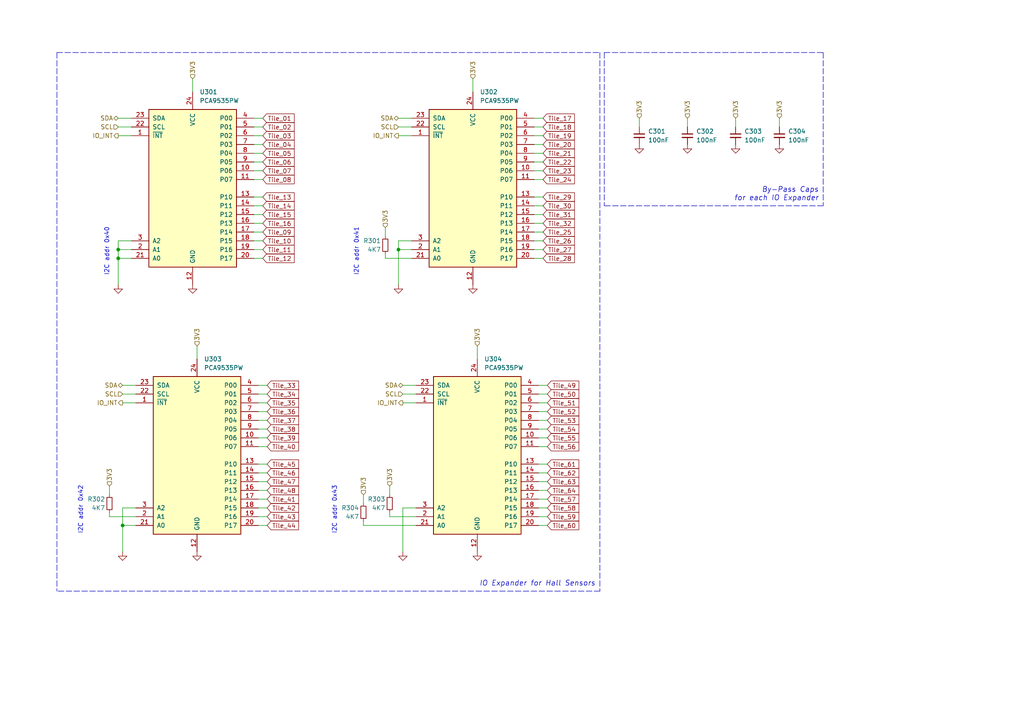
<source format=kicad_sch>
(kicad_sch (version 20211123) (generator eeschema)
  (paper "A4")
  (title_block (title "Smart Chessboard - I/O Expander") (date "2022-11-12") (rev "B") (company "Butler Electronics") (comment 1 "Design by Joshua Butler, MD, MHI"))
  (lib_symbols
    (symbol "Device:C_Small" (pin_numbers hide) (pin_names (offset 0.254) hide)
      (property "Reference" "C" (at 0.254 1.778 0))
      (property "Value" "C_Small" (at 0.254 -2.032 0))
      (symbol "C_Small_0_1"
        (polyline (pts (xy -1.524 -0.508) (xy 1.524 -0.508)) (stroke (width 0.3302)))
        (polyline (pts (xy -1.524 0.508) (xy 1.524 0.508)) (stroke (width 0.3048)))
      )
      (symbol "C_Small_1_1"
        (pin passive line (at 0 2.54 270) (length 2.032) (name "~") (number "1"))
        (pin passive line (at 0 -2.54 90) (length 2.032) (name "~") (number "2"))
      )
    )
    (symbol "Device:R_Small" (pin_numbers hide) (pin_names (offset 0.254) hide)
      (property "Reference" "R" (at 0.762 0.508 0))
      (property "Value" "R_Small" (at 0.762 -1.016 0))
      (symbol "R_Small_0_1"
        (rectangle (start -0.762 1.778) (end 0.762 -1.778) (stroke (width 0.2032)))
      )
      (symbol "R_Small_1_1"
        (pin passive line (at 0 2.54 270) (length 0.762) (name "~") (number "1"))
        (pin passive line (at 0 -2.54 90) (length 0.762) (name "~") (number "2"))
      )
    )
    (symbol "Interface_Expansion:TCA9535PWR" (pin_names (offset 1.016))
      (property "Reference" "U" (at -11.43 24.13 0))
      (property "Value" "TCA9535PWR" (at 0 0 0))
      (symbol "TCA9535PWR_0_1"
        (rectangle (start -12.7 22.86) (end 12.7 -22.86) (stroke (width 0.254)) (fill (type background)))
      )
      (symbol "TCA9535PWR_1_1"
        (pin open_collector line (at -17.78 15.24 0) (length 5.08) (name "~{INT}") (number "1"))
        (pin bidirectional line (at 17.78 5.08 180) (length 5.08) (name "P06") (number "10"))
        (pin bidirectional line (at 17.78 2.54 180) (length 5.08) (name "P07") (number "11"))
        (pin power_in line (at 0 -27.94 90) (length 5.08) (name "GND") (number "12"))
        (pin bidirectional line (at 17.78 -2.54 180) (length 5.08) (name "P10") (number "13"))
        (pin bidirectional line (at 17.78 -5.08 180) (length 5.08) (name "P11") (number "14"))
        (pin bidirectional line (at 17.78 -7.62 180) (length 5.08) (name "P12") (number "15"))
        (pin bidirectional line (at 17.78 -10.16 180) (length 5.08) (name "P13") (number "16"))
        (pin bidirectional line (at 17.78 -12.7 180) (length 5.08) (name "P14") (number "17"))
        (pin bidirectional line (at 17.78 -15.24 180) (length 5.08) (name "P15") (number "18"))
        (pin bidirectional line (at 17.78 -17.78 180) (length 5.08) (name "P16") (number "19"))
        (pin input line (at -17.78 -17.78 0) (length 5.08) (name "A1") (number "2"))
        (pin bidirectional line (at 17.78 -20.32 180) (length 5.08) (name "P17") (number "20"))
        (pin input line (at -17.78 -20.32 0) (length 5.08) (name "A0") (number "21"))
        (pin input line (at -17.78 17.78 0) (length 5.08) (name "SCL") (number "22"))
        (pin bidirectional line (at -17.78 20.32 0) (length 5.08) (name "SDA") (number "23"))
        (pin power_in line (at 0 27.94 270) (length 5.08) (name "VCC") (number "24"))
        (pin input line (at -17.78 -15.24 0) (length 5.08) (name "A2") (number "3"))
        (pin bidirectional line (at 17.78 20.32 180) (length 5.08) (name "P00") (number "4"))
        (pin bidirectional line (at 17.78 17.78 180) (length 5.08) (name "P01") (number "5"))
        (pin bidirectional line (at 17.78 15.24 180) (length 5.08) (name "P02") (number "6"))
        (pin bidirectional line (at 17.78 12.7 180) (length 5.08) (name "P03") (number "7"))
        (pin bidirectional line (at 17.78 10.16 180) (length 5.08) (name "P04") (number "8"))
        (pin bidirectional line (at 17.78 7.62 180) (length 5.08) (name "P05") (number "9"))
      )
    )
    (symbol "power:GND" (power) (pin_names (offset 0))
      (property "Value" "GND" (at 0 -3.81 0))
      (symbol "GND_0_1"
        (polyline (pts (xy 0 0) (xy 0 -1.27) (xy 1.27 -1.27) (xy 0 -2.54) (xy -1.27 -1.27) (xy 0 -1.27)))
      )
      (symbol "GND_1_1"
        (pin power_in line (at 0 0 270) (length 0) hide (name "GND") (number "1"))
      )
    )
  )
  (junction (at 115.57 72.39))
  (junction (at 35.56 152.4))
  (junction (at 34.29 72.39))
  (junction (at 34.29 74.93))
  (wire (pts (xy 157.48 34.29) (xy 154.94 34.29)))
  (wire (pts (xy 34.29 34.29) (xy 38.1 34.29)))
  (polyline (pts (xy 173.99 15.24) (xy 173.99 171.45)))
  (wire (pts (xy 77.47 121.92) (xy 74.93 121.92)))
  (wire (pts (xy 77.47 139.7) (xy 74.93 139.7)))
  (wire (pts (xy 137.16 22.86) (xy 137.16 26.67)))
  (wire (pts (xy 76.2 52.07) (xy 73.66 52.07)))
  (polyline (pts (xy 175.26 15.24) (xy 238.76 15.24)))
  (wire (pts (xy 76.2 39.37) (xy 73.66 39.37)))
  (wire (pts (xy 34.29 69.85) (xy 34.29 72.39)))
  (wire (pts (xy 55.88 22.86) (xy 55.88 26.67)))
  (wire (pts (xy 158.75 114.3) (xy 156.21 114.3)))
  (wire (pts (xy 116.84 147.32) (xy 116.84 160.02)))
  (wire (pts (xy 35.56 152.4) (xy 35.56 160.02)))
  (wire (pts (xy 39.37 147.32) (xy 35.56 147.32)))
  (wire (pts (xy 157.48 57.15) (xy 154.94 57.15)))
  (wire (pts (xy 158.75 152.4) (xy 156.21 152.4)))
  (wire (pts (xy 115.57 36.83) (xy 119.38 36.83)))
  (wire (pts (xy 157.48 46.99) (xy 154.94 46.99)))
  (wire (pts (xy 35.56 114.3) (xy 39.37 114.3)))
  (wire (pts (xy 115.57 39.37) (xy 119.38 39.37)))
  (wire (pts (xy 111.76 73.66) (xy 111.76 74.93)))
  (wire (pts (xy 157.48 69.85) (xy 154.94 69.85)))
  (wire (pts (xy 157.48 62.23) (xy 154.94 62.23)))
  (wire (pts (xy 76.2 41.91) (xy 73.66 41.91)))
  (wire (pts (xy 34.29 74.93) (xy 38.1 74.93)))
  (wire (pts (xy 157.48 36.83) (xy 154.94 36.83)))
  (wire (pts (xy 76.2 64.77) (xy 73.66 64.77)))
  (wire (pts (xy 77.47 127) (xy 74.93 127)))
  (wire (pts (xy 77.47 134.62) (xy 74.93 134.62)))
  (wire (pts (xy 76.2 67.31) (xy 73.66 67.31)))
  (wire (pts (xy 157.48 41.91) (xy 154.94 41.91)))
  (wire (pts (xy 138.43 100.33) (xy 138.43 104.14)))
  (wire (pts (xy 116.84 111.76) (xy 120.65 111.76)))
  (wire (pts (xy 34.29 72.39) (xy 34.29 74.93)))
  (wire (pts (xy 119.38 69.85) (xy 115.57 69.85)))
  (wire (pts (xy 157.48 67.31) (xy 154.94 67.31)))
  (wire (pts (xy 77.47 114.3) (xy 74.93 114.3)))
  (wire (pts (xy 77.47 124.46) (xy 74.93 124.46)))
  (wire (pts (xy 77.47 152.4) (xy 74.93 152.4)))
  (wire (pts (xy 35.56 111.76) (xy 39.37 111.76)))
  (wire (pts (xy 76.2 69.85) (xy 73.66 69.85)))
  (wire (pts (xy 199.39 34.29) (xy 199.39 36.83)))
  (wire (pts (xy 76.2 46.99) (xy 73.66 46.99)))
  (wire (pts (xy 105.41 151.13) (xy 105.41 152.4)))
  (wire (pts (xy 111.76 74.93) (xy 119.38 74.93)))
  (wire (pts (xy 158.75 127) (xy 156.21 127)))
  (wire (pts (xy 115.57 72.39) (xy 119.38 72.39)))
  (wire (pts (xy 157.48 44.45) (xy 154.94 44.45)))
  (wire (pts (xy 185.42 34.29) (xy 185.42 36.83)))
  (wire (pts (xy 35.56 152.4) (xy 39.37 152.4)))
  (polyline (pts (xy 238.76 15.24) (xy 238.76 59.69)))
  (wire (pts (xy 157.48 59.69) (xy 154.94 59.69)))
  (wire (pts (xy 158.75 142.24) (xy 156.21 142.24)))
  (wire (pts (xy 158.75 137.16) (xy 156.21 137.16)))
  (wire (pts (xy 158.75 124.46) (xy 156.21 124.46)))
  (polyline (pts (xy 16.51 15.24) (xy 16.51 171.45)))
  (wire (pts (xy 77.47 142.24) (xy 74.93 142.24)))
  (wire (pts (xy 157.48 64.77) (xy 154.94 64.77)))
  (wire (pts (xy 213.36 34.29) (xy 213.36 36.83)))
  (wire (pts (xy 34.29 39.37) (xy 38.1 39.37)))
  (wire (pts (xy 105.41 143.51) (xy 105.41 146.05)))
  (wire (pts (xy 77.47 119.38) (xy 74.93 119.38)))
  (wire (pts (xy 34.29 36.83) (xy 38.1 36.83)))
  (polyline (pts (xy 175.26 15.24) (xy 175.26 59.69)))
  (wire (pts (xy 77.47 129.54) (xy 74.93 129.54)))
  (wire (pts (xy 157.48 49.53) (xy 154.94 49.53)))
  (wire (pts (xy 34.29 72.39) (xy 38.1 72.39)))
  (wire (pts (xy 157.48 72.39) (xy 154.94 72.39)))
  (wire (pts (xy 116.84 114.3) (xy 120.65 114.3)))
  (wire (pts (xy 76.2 74.93) (xy 73.66 74.93)))
  (wire (pts (xy 158.75 134.62) (xy 156.21 134.62)))
  (wire (pts (xy 77.47 144.78) (xy 74.93 144.78)))
  (wire (pts (xy 115.57 72.39) (xy 115.57 82.55)))
  (wire (pts (xy 158.75 149.86) (xy 156.21 149.86)))
  (wire (pts (xy 157.48 52.07) (xy 154.94 52.07)))
  (polyline (pts (xy 238.76 59.69) (xy 175.26 59.69)))
  (wire (pts (xy 76.2 57.15) (xy 73.66 57.15)))
  (wire (pts (xy 76.2 59.69) (xy 73.66 59.69)))
  (wire (pts (xy 76.2 36.83) (xy 73.66 36.83)))
  (wire (pts (xy 57.15 100.33) (xy 57.15 104.14)))
  (wire (pts (xy 76.2 62.23) (xy 73.66 62.23)))
  (wire (pts (xy 31.75 140.97) (xy 31.75 143.51)))
  (wire (pts (xy 76.2 44.45) (xy 73.66 44.45)))
  (wire (pts (xy 34.29 74.93) (xy 34.29 82.55)))
  (polyline (pts (xy 173.99 171.45) (xy 16.51 171.45)))
  (wire (pts (xy 116.84 116.84) (xy 120.65 116.84)))
  (wire (pts (xy 77.47 147.32) (xy 74.93 147.32)))
  (wire (pts (xy 111.76 66.04) (xy 111.76 68.58)))
  (wire (pts (xy 158.75 144.78) (xy 156.21 144.78)))
  (wire (pts (xy 31.75 149.86) (xy 39.37 149.86)))
  (wire (pts (xy 105.41 152.4) (xy 120.65 152.4)))
  (wire (pts (xy 158.75 147.32) (xy 156.21 147.32)))
  (wire (pts (xy 77.47 111.76) (xy 74.93 111.76)))
  (wire (pts (xy 158.75 121.92) (xy 156.21 121.92)))
  (wire (pts (xy 158.75 111.76) (xy 156.21 111.76)))
  (wire (pts (xy 157.48 39.37) (xy 154.94 39.37)))
  (wire (pts (xy 113.03 140.97) (xy 113.03 143.51)))
  (wire (pts (xy 76.2 72.39) (xy 73.66 72.39)))
  (wire (pts (xy 31.75 148.59) (xy 31.75 149.86)))
  (wire (pts (xy 158.75 139.7) (xy 156.21 139.7)))
  (wire (pts (xy 35.56 116.84) (xy 39.37 116.84)))
  (wire (pts (xy 77.47 137.16) (xy 74.93 137.16)))
  (wire (pts (xy 120.65 147.32) (xy 116.84 147.32)))
  (wire (pts (xy 77.47 149.86) (xy 74.93 149.86)))
  (wire (pts (xy 158.75 129.54) (xy 156.21 129.54)))
  (wire (pts (xy 76.2 34.29) (xy 73.66 34.29)))
  (wire (pts (xy 158.75 116.84) (xy 156.21 116.84)))
  (polyline (pts (xy 16.51 15.24) (xy 173.99 15.24)))
  (wire (pts (xy 226.06 34.29) (xy 226.06 36.83)))
  (wire (pts (xy 115.57 34.29) (xy 119.38 34.29)))
  (wire (pts (xy 38.1 69.85) (xy 34.29 69.85)))
  (wire (pts (xy 77.47 116.84) (xy 74.93 116.84)))
  (wire (pts (xy 113.03 148.59) (xy 113.03 149.86)))
  (wire (pts (xy 158.75 119.38) (xy 156.21 119.38)))
  (wire (pts (xy 113.03 149.86) (xy 120.65 149.86)))
  (wire (pts (xy 157.48 74.93) (xy 154.94 74.93)))
  (wire (pts (xy 35.56 147.32) (xy 35.56 152.4)))
  (wire (pts (xy 76.2 49.53) (xy 73.66 49.53)))
  (wire (pts (xy 115.57 69.85) (xy 115.57 72.39)))
  (text "I2C addr 0x40" (at 31.75 80.01 90) (effects (font (size 1.27 1.27)) (justify left bottom)))
  (text "I2C addr 0x43" (at 97.79 154.94 90) (effects (font (size 1.27 1.27)) (justify left bottom)))
  (text "IO Expander for Hall Sensors" (at 172.72 170.18 180) (effects (font (size 1.5 1.5) italic) (justify right bottom)))
  (text "By-Pass Caps\nfor each IO Expander" (at 237.49 58.42 180) (effects (font (size 1.5 1.5) italic) (justify right bottom)))
  (text "I2C addr 0x41" (at 104.14 80.01 90) (effects (font (size 1.27 1.27)) (justify left bottom)))
  (text "I2C addr 0x42" (at 24.13 154.94 90) (effects (font (size 1.27 1.27)) (justify left bottom)))
  (global_label "Tile_47" (shape input) (at 77.47 139.7 0) (property "Intersheet References" "${INTERSHEET_REFS}" (effects hide)))
  (global_label "Tile_10" (shape input) (at 76.2 69.85 0) (property "Intersheet References" "${INTERSHEET_REFS}" (effects hide)))
  (global_label "Tile_11" (shape input) (at 76.2 72.39 0) (property "Intersheet References" "${INTERSHEET_REFS}" (effects hide)))
  (global_label "Tile_45" (shape input) (at 77.47 134.62 0) (property "Intersheet References" "${INTERSHEET_REFS}" (effects hide)))
  (global_label "Tile_05" (shape input) (at 76.2 44.45 0) (property "Intersheet References" "${INTERSHEET_REFS}" (effects hide)))
  (global_label "Tile_40" (shape input) (at 77.47 129.54 0) (property "Intersheet References" "${INTERSHEET_REFS}" (effects hide)))
  (global_label "Tile_36" (shape input) (at 77.47 119.38 0) (property "Intersheet References" "${INTERSHEET_REFS}" (effects hide)))
  (global_label "Tile_39" (shape input) (at 77.47 127 0) (property "Intersheet References" "${INTERSHEET_REFS}" (effects hide)))
  (global_label "Tile_41" (shape input) (at 77.47 144.78 0) (property "Intersheet References" "${INTERSHEET_REFS}" (effects hide)))
  (global_label "Tile_20" (shape input) (at 157.48 41.91 0) (property "Intersheet References" "${INTERSHEET_REFS}" (effects hide)))
  (global_label "Tile_33" (shape input) (at 77.47 111.76 0) (property "Intersheet References" "${INTERSHEET_REFS}" (effects hide)))
  (global_label "Tile_35" (shape input) (at 77.47 116.84 0) (property "Intersheet References" "${INTERSHEET_REFS}" (effects hide)))
  (global_label "Tile_32" (shape input) (at 157.48 64.77 0) (property "Intersheet References" "${INTERSHEET_REFS}" (effects hide)))
  (global_label "Tile_48" (shape input) (at 77.47 142.24 0) (property "Intersheet References" "${INTERSHEET_REFS}" (effects hide)))
  (global_label "Tile_44" (shape input) (at 77.47 152.4 0) (property "Intersheet References" "${INTERSHEET_REFS}" (effects hide)))
  (global_label "Tile_29" (shape input) (at 157.48 57.15 0) (property "Intersheet References" "${INTERSHEET_REFS}" (effects hide)))
  (global_label "Tile_52" (shape input) (at 158.75 119.38 0) (property "Intersheet References" "${INTERSHEET_REFS}" (effects hide)))
  (global_label "Tile_07" (shape input) (at 76.2 49.53 0) (property "Intersheet References" "${INTERSHEET_REFS}" (effects hide)))
  (global_label "Tile_62" (shape input) (at 158.75 137.16 0) (property "Intersheet References" "${INTERSHEET_REFS}" (effects hide)))
  (global_label "Tile_26" (shape input) (at 157.48 69.85 0) (property "Intersheet References" "${INTERSHEET_REFS}" (effects hide)))
  (global_label "Tile_37" (shape input) (at 77.47 121.92 0) (property "Intersheet References" "${INTERSHEET_REFS}" (effects hide)))
  (global_label "Tile_03" (shape input) (at 76.2 39.37 0) (property "Intersheet References" "${INTERSHEET_REFS}" (effects hide)))
  (global_label "Tile_61" (shape input) (at 158.75 134.62 0) (property "Intersheet References" "${INTERSHEET_REFS}" (effects hide)))
  (global_label "Tile_13" (shape input) (at 76.2 57.15 0) (property "Intersheet References" "${INTERSHEET_REFS}" (effects hide)))
  (global_label "Tile_51" (shape input) (at 158.75 116.84 0) (property "Intersheet References" "${INTERSHEET_REFS}" (effects hide)))
  (global_label "Tile_46" (shape input) (at 77.47 137.16 0) (property "Intersheet References" "${INTERSHEET_REFS}" (effects hide)))
  (global_label "Tile_18" (shape input) (at 157.48 36.83 0) (property "Intersheet References" "${INTERSHEET_REFS}" (effects hide)))
  (global_label "Tile_24" (shape input) (at 157.48 52.07 0) (property "Intersheet References" "${INTERSHEET_REFS}" (effects hide)))
  (global_label "Tile_15" (shape input) (at 76.2 62.23 0) (property "Intersheet References" "${INTERSHEET_REFS}" (effects hide)))
  (global_label "Tile_31" (shape input) (at 157.48 62.23 0) (property "Intersheet References" "${INTERSHEET_REFS}" (effects hide)))
  (global_label "Tile_57" (shape input) (at 158.75 144.78 0) (property "Intersheet References" "${INTERSHEET_REFS}" (effects hide)))
  (global_label "Tile_09" (shape input) (at 76.2 67.31 0) (property "Intersheet References" "${INTERSHEET_REFS}" (effects hide)))
  (global_label "Tile_22" (shape input) (at 157.48 46.99 0) (property "Intersheet References" "${INTERSHEET_REFS}" (effects hide)))
  (global_label "Tile_23" (shape input) (at 157.48 49.53 0) (property "Intersheet References" "${INTERSHEET_REFS}" (effects hide)))
  (global_label "Tile_30" (shape input) (at 157.48 59.69 0) (property "Intersheet References" "${INTERSHEET_REFS}" (effects hide)))
  (global_label "Tile_27" (shape input) (at 157.48 72.39 0) (property "Intersheet References" "${INTERSHEET_REFS}" (effects hide)))
  (global_label "Tile_34" (shape input) (at 77.47 114.3 0) (property "Intersheet References" "${INTERSHEET_REFS}" (effects hide)))
  (global_label "Tile_59" (shape input) (at 158.75 149.86 0) (property "Intersheet References" "${INTERSHEET_REFS}" (effects hide)))
  (global_label "Tile_43" (shape input) (at 77.47 149.86 0) (property "Intersheet References" "${INTERSHEET_REFS}" (effects hide)))
  (global_label "Tile_53" (shape input) (at 158.75 121.92 0) (property "Intersheet References" "${INTERSHEET_REFS}" (effects hide)))
  (global_label "Tile_02" (shape input) (at 76.2 36.83 0) (property "Intersheet References" "${INTERSHEET_REFS}" (effects hide)))
  (global_label "Tile_42" (shape input) (at 77.47 147.32 0) (property "Intersheet References" "${INTERSHEET_REFS}" (effects hide)))
  (global_label "Tile_54" (shape input) (at 158.75 124.46 0) (property "Intersheet References" "${INTERSHEET_REFS}" (effects hide)))
  (global_label "Tile_19" (shape input) (at 157.48 39.37 0) (property "Intersheet References" "${INTERSHEET_REFS}" (effects hide)))
  (global_label "Tile_12" (shape input) (at 76.2 74.93 0) (property "Intersheet References" "${INTERSHEET_REFS}" (effects hide)))
  (global_label "Tile_14" (shape input) (at 76.2 59.69 0) (property "Intersheet References" "${INTERSHEET_REFS}" (effects hide)))
  (global_label "Tile_16" (shape input) (at 76.2 64.77 0) (property "Intersheet References" "${INTERSHEET_REFS}" (effects hide)))
  (global_label "Tile_06" (shape input) (at 76.2 46.99 0) (property "Intersheet References" "${INTERSHEET_REFS}" (effects hide)))
  (global_label "Tile_04" (shape input) (at 76.2 41.91 0) (property "Intersheet References" "${INTERSHEET_REFS}" (effects hide)))
  (global_label "Tile_08" (shape input) (at 76.2 52.07 0) (property "Intersheet References" "${INTERSHEET_REFS}" (effects hide)))
  (global_label "Tile_17" (shape input) (at 157.48 34.29 0) (property "Intersheet References" "${INTERSHEET_REFS}" (effects hide)))
  (global_label "Tile_56" (shape input) (at 158.75 129.54 0) (property "Intersheet References" "${INTERSHEET_REFS}" (effects hide)))
  (global_label "Tile_38" (shape input) (at 77.47 124.46 0) (property "Intersheet References" "${INTERSHEET_REFS}" (effects hide)))
  (global_label "Tile_49" (shape input) (at 158.75 111.76 0) (property "Intersheet References" "${INTERSHEET_REFS}" (effects hide)))
  (global_label "Tile_58" (shape input) (at 158.75 147.32 0) (property "Intersheet References" "${INTERSHEET_REFS}" (effects hide)))
  (global_label "Tile_28" (shape input) (at 157.48 74.93 0) (property "Intersheet References" "${INTERSHEET_REFS}" (effects hide)))
  (global_label "Tile_50" (shape input) (at 158.75 114.3 0) (property "Intersheet References" "${INTERSHEET_REFS}" (effects hide)))
  (global_label "Tile_64" (shape input) (at 158.75 142.24 0) (property "Intersheet References" "${INTERSHEET_REFS}" (effects hide)))
  (global_label "Tile_63" (shape input) (at 158.75 139.7 0) (property "Intersheet References" "${INTERSHEET_REFS}" (effects hide)))
  (global_label "Tile_01" (shape input) (at 76.2 34.29 0) (property "Intersheet References" "${INTERSHEET_REFS}" (effects hide)))
  (global_label "Tile_60" (shape input) (at 158.75 152.4 0) (property "Intersheet References" "${INTERSHEET_REFS}" (effects hide)))
  (global_label "Tile_21" (shape input) (at 157.48 44.45 0) (property "Intersheet References" "${INTERSHEET_REFS}" (effects hide)))
  (global_label "Tile_55" (shape input) (at 158.75 127 0) (property "Intersheet References" "${INTERSHEET_REFS}" (effects hide)))
  (global_label "Tile_25" (shape input) (at 157.48 67.31 0) (property "Intersheet References" "${INTERSHEET_REFS}" (effects hide)))
  (hierarchical_label "SDA" (shape bidirectional) (at 116.84 111.76 180))
  (hierarchical_label "3V3" (shape input) (at 226.06 34.29 90))
  (hierarchical_label "SCL" (shape input) (at 35.56 114.3 180))
  (hierarchical_label "SCL" (shape input) (at 115.57 36.83 180))
  (hierarchical_label "SCL" (shape input) (at 34.29 36.83 180))
  (hierarchical_label "3V3" (shape input) (at 137.16 22.86 90))
  (hierarchical_label "3V3" (shape input) (at 113.03 140.97 90))
  (hierarchical_label "SDA" (shape bidirectional) (at 34.29 34.29 180))
  (hierarchical_label "SDA" (shape bidirectional) (at 115.57 34.29 180))
  (hierarchical_label "IO_INT" (shape output) (at 35.56 116.84 180))
  (hierarchical_label "IO_INT" (shape output) (at 116.84 116.84 180))
  (hierarchical_label "3V3" (shape input) (at 57.15 100.33 90))
  (hierarchical_label "3V3" (shape input) (at 199.39 34.29 90))
  (hierarchical_label "3V3" (shape input) (at 31.75 140.97 90))
  (hierarchical_label "SCL" (shape input) (at 116.84 114.3 180))
  (hierarchical_label "3V3" (shape input) (at 111.76 66.04 90))
  (hierarchical_label "SDA" (shape bidirectional) (at 35.56 111.76 180))
  (hierarchical_label "3V3" (shape input) (at 138.43 100.33 90))
  (hierarchical_label "3V3" (shape input) (at 213.36 34.29 90))
  (hierarchical_label "3V3" (shape input) (at 105.41 143.51 90))
  (hierarchical_label "3V3" (shape input) (at 185.42 34.29 90))
  (hierarchical_label "IO_INT" (shape output) (at 115.57 39.37 180))
  (hierarchical_label "IO_INT" (shape output) (at 34.29 39.37 180))
  (hierarchical_label "3V3" (shape input) (at 55.88 22.86 90))
  (symbol (lib_id "Device:R_Small") (at 105.41 148.59 0) (unit 1)
    (property "Reference" "R304" (at 104.14 147.32 0) (effects (justify right)))
    (property "Value" "4K7" (at 104.14 149.86 0) (effects (justify right)))
    (property "Footprint" "Resistor_SMD:R_0603_1608Metric" (effects hide))
    (property "LCSC" "C23162" (effects hide))
  )
  (symbol (lib_id "Device:C_Small") (at 185.42 39.37 0) (unit 1)
    (property "Reference" "C301" (at 187.96 38.1 0) (effects (justify left)))
    (property "Value" "100nF" (at 187.96 40.64 0) (effects (justify left)))
    (property "Footprint" "Capacitor_SMD:C_0603_1608Metric" (effects hide))
    (property "LCSC" "C14663" (effects hide))
  )
  (symbol (lib_id "power:GND") (at 57.15 160.02 0) (unit 1)
    (property "Reference" "#PWR0306" (effects hide))
    (property "Value" "GND" (effects hide))
  )
  (symbol (lib_id "power:GND") (at 199.39 41.91 0) (unit 1)
    (property "Reference" "#PWR0312" (effects hide))
    (property "Value" "GND" (effects hide))
  )
  (symbol (lib_id "power:GND") (at 185.42 41.91 0) (unit 1)
    (property "Reference" "#PWR0311" (effects hide))
    (property "Value" "GND" (effects hide))
  )
  (symbol (lib_id "power:GND") (at 34.29 82.55 0) (unit 1)
    (property "Reference" "#PWR0301" (effects hide))
    (property "Value" "GND" (effects hide))
  )
  (symbol (lib_id "Device:R_Small") (at 31.75 146.05 0) (unit 1)
    (property "Reference" "R302" (at 30.48 144.78 0) (effects (justify right)))
    (property "Value" "4K7" (at 30.48 147.32 0) (effects (justify right)))
    (property "Footprint" "Resistor_SMD:R_0603_1608Metric" (effects hide))
    (property "LCSC" "C23162" (effects hide))
  )
  (symbol (lib_id "power:GND") (at 35.56 160.02 0) (unit 1)
    (property "Reference" "#PWR0305" (effects hide))
    (property "Value" "GND" (effects hide))
  )
  (symbol (lib_id "Device:C_Small") (at 199.39 39.37 0) (unit 1)
    (property "Reference" "C302" (at 201.93 38.1 0) (effects (justify left)))
    (property "Value" "100nF" (at 201.93 40.64 0) (effects (justify left)))
    (property "Footprint" "Capacitor_SMD:C_0603_1608Metric" (effects hide))
    (property "LCSC" "C14663" (effects hide))
  )
  (symbol (lib_id "Interface_Expansion:TCA9535PWR") (at 57.15 132.08 0) (unit 1)
    (property "Reference" "U303" (at 59.1694 104.14 0) (effects (justify left)))
    (property "Value" "PCA9535PW" (at 59.1694 106.68 0) (effects (justify left)))
    (property "Footprint" "Package_SO:TSSOP-24_4.4x7.8mm_P0.65mm" (effects hide))
    (property "Datasheet" "https://datasheet.lcsc.com/lcsc/1811131658_NXP-Semicon-PCA9535PW-118_C255606.pdf" (effects hide))
    (property "LCSC" "C255606" (effects hide))
  )
  (symbol (lib_id "power:GND") (at 55.88 82.55 0) (unit 1)
    (property "Reference" "#PWR0302" (effects hide))
    (property "Value" "GND" (effects hide))
  )
  (symbol (lib_id "power:GND") (at 115.57 82.55 0) (unit 1)
    (property "Reference" "#PWR0303" (effects hide))
    (property "Value" "GND" (effects hide))
  )
  (symbol (lib_id "power:GND") (at 138.43 160.02 0) (unit 1)
    (property "Reference" "#PWR0308" (effects hide))
    (property "Value" "GND" (effects hide))
  )
  (symbol (lib_id "Device:C_Small") (at 213.36 39.37 0) (unit 1)
    (property "Reference" "C303" (at 215.9 38.1 0) (effects (justify left)))
    (property "Value" "100nF" (at 215.9 40.64 0) (effects (justify left)))
    (property "Footprint" "Capacitor_SMD:C_0603_1608Metric" (effects hide))
    (property "LCSC" "C14663" (effects hide))
  )
  (symbol (lib_id "power:GND") (at 213.36 41.91 0) (unit 1)
    (property "Reference" "#PWR0313" (effects hide))
    (property "Value" "GND" (effects hide))
  )
  (symbol (lib_id "Interface_Expansion:TCA9535PWR") (at 137.16 54.61 0) (unit 1)
    (property "Reference" "U302" (at 139.1794 26.67 0) (effects (justify left)))
    (property "Value" "PCA9535PW" (at 139.1794 29.21 0) (effects (justify left)))
    (property "Footprint" "Package_SO:TSSOP-24_4.4x7.8mm_P0.65mm" (effects hide))
    (property "Datasheet" "https://datasheet.lcsc.com/lcsc/1811131658_NXP-Semicon-PCA9535PW-118_C255606.pdf" (effects hide))
    (property "LCSC" "C255606" (effects hide))
  )
  (symbol (lib_id "Device:R_Small") (at 113.03 146.05 0) (unit 1)
    (property "Reference" "R303" (at 111.76 144.78 0) (effects (justify right)))
    (property "Value" "4K7" (at 111.76 147.32 0) (effects (justify right)))
    (property "Footprint" "Resistor_SMD:R_0603_1608Metric" (effects hide))
    (property "LCSC" "C23162" (effects hide))
  )
  (symbol (lib_id "power:GND") (at 137.16 82.55 0) (unit 1)
    (property "Reference" "#PWR0304" (effects hide))
    (property "Value" "GND" (effects hide))
  )
  (symbol (lib_id "Interface_Expansion:TCA9535PWR") (at 55.88 54.61 0) (unit 1)
    (property "Reference" "U301" (at 57.8994 26.67 0) (effects (justify left)))
    (property "Value" "PCA9535PW" (at 57.8994 29.21 0) (effects (justify left)))
    (property "Footprint" "Package_SO:TSSOP-24_4.4x7.8mm_P0.65mm" (effects hide))
    (property "Datasheet" "https://datasheet.lcsc.com/lcsc/1811131658_NXP-Semicon-PCA9535PW-118_C255606.pdf" (effects hide))
    (property "LCSC" "C255606" (effects hide))
  )
  (symbol (lib_id "Interface_Expansion:TCA9535PWR") (at 138.43 132.08 0) (unit 1)
    (property "Reference" "U304" (at 140.4494 104.14 0) (effects (justify left)))
    (property "Value" "PCA9535PW" (at 140.4494 106.68 0) (effects (justify left)))
    (property "Footprint" "Package_SO:TSSOP-24_4.4x7.8mm_P0.65mm" (effects hide))
    (property "Datasheet" "https://datasheet.lcsc.com/lcsc/1811131658_NXP-Semicon-PCA9535PW-118_C255606.pdf" (effects hide))
    (property "LCSC" "C255606" (effects hide))
  )
  (symbol (lib_id "power:GND") (at 116.84 160.02 0) (unit 1)
    (property "Reference" "#PWR0307" (effects hide))
    (property "Value" "GND" (effects hide))
  )
  (symbol (lib_id "Device:R_Small") (at 111.76 71.12 0) (unit 1)
    (property "Reference" "R301" (at 110.49 69.85 0) (effects (justify right)))
    (property "Value" "4K7" (at 110.49 72.39 0) (effects (justify right)))
    (property "Footprint" "Resistor_SMD:R_0603_1608Metric" (effects hide))
    (property "LCSC" "C23162" (effects hide))
  )
  (symbol (lib_id "Device:C_Small") (at 226.06 39.37 0) (unit 1)
    (property "Reference" "C304" (at 228.6 38.1 0) (effects (justify left)))
    (property "Value" "100nF" (at 228.6 40.64 0) (effects (justify left)))
    (property "Footprint" "Capacitor_SMD:C_0603_1608Metric" (effects hide))
    (property "LCSC" "C14663" (effects hide))
  )
  (symbol (lib_id "power:GND") (at 226.06 41.91 0) (unit 1)
    (property "Reference" "#PWR0314" (effects hide))
    (property "Value" "GND" (effects hide))
  )
)
</source>
